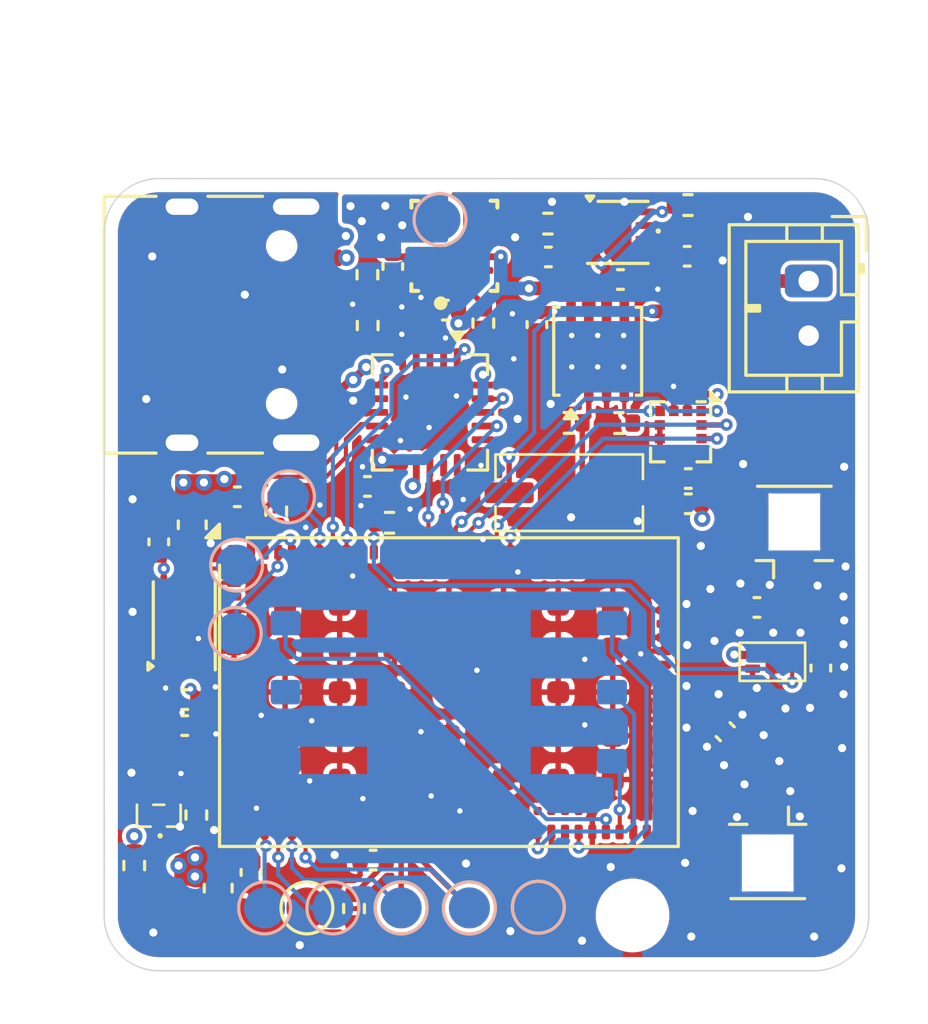
<source format=kicad_pcb>
(kicad_pcb (version 20241229) (generator "pcbnew") (generator_version "9.0")
  (layers (0 "F.Cu" signal) (4 "In1.Cu" signal) (6 "In2.Cu" signal) (2 "B.Cu" signal) (13 "F.Paste" user) (15 "B.Paste" user) (5 "F.SilkS" user "F.Silkscreen") (7 "B.SilkS" user "B.Silkscreen") (1 "F.Mask" user) (3 "B.Mask" user) (25 "Edge.Cuts" user))
  (net 0 "")
  (net 3 "GND")
  (net 47 "Net-(U1-~{RESET})")
  (net 48 "+3V3")
  (net 49 "Net-(U1-ENABLE)")
  (net 50 "Net-(U1-VDD1)")
  (net 51 "/SWDIO")
  (net 52 "/SWCLK")
  (net 53 "Net-(U1-DEC0)")
  (net 54 "/GPSEN")
  (net 55 "/GPS")
  (net 56 "Net-(U2-OUT)")
  (net 57 "Net-(J1-In)")
  (net 58 "/~{FLASH_CS}")
  (net 59 "/FLASH_CLK")
  (net 60 "/~{FLASH_WP}")
  (net 61 "/FLASH_DI")
  (net 62 "/FLASH_DO")
  (net 63 "/~{FLASH_RESET}")
  (net 64 "Net-(J2-In)")
  (net 65 "Net-(U1-ANT)")
  (net 66 "/~{RESET}")
  (net 67 "Net-(U3-~{EN})")
  (net 68 "/ACCEL_SDA")
  (net 69 "/ACCEL_SCL")
  (net 70 "/ACCEL_INT1")
  (net 71 "/ACCEL_INT2")
  (net 72 "Net-(D1-K)")
  (net 73 "Net-(D1-A)")
  (net 74 "/LED")
  (net 75 "/SIM_IO")
  (net 76 "/SIM_RST")
  (net 78 "/SIM_VCC")
  (net 79 "/SIM_CLK")
  (net 80 "VBUS")
  (net 81 "VUSB")
  (net 82 "Net-(D3-A)")
  (net 83 "Net-(D3-K)")
  (net 84 "Net-(J4-CC2)")
  (net 85 "Net-(J4-CC1)")
  (net 86 "+BATT")
  (net 87 "Net-(U5-VSET)")
  (net 88 "Net-(U6-PROG)")
  (net 91 "Net-(U3-ILIM)")
  (net 92 "Net-(U1-P0.04)")
  (net 93 "Net-(U1-P0.03)")
  (net 94 "Net-(U1-P0.02)")
  (net 95 "Net-(U1-AIN0{slash}P0.13)")
  (net 96 "Net-(U1-AIN1{slash}P0.14)")
  (net 97 "Net-(U1-AIN2{slash}P0.15)")
  (net 98 "Net-(U1-AIN3{slash}P0.16)")
  (net 99 "/~{TXLED}")
  (net 100 "/~{RXLED}")
  (net 101 "/~{USB_CTS}")
  (net 102 "/USB_RX")
  (net 103 "/USB_TX")
  (net 104 "/~{USB_RTS}")
  (net 105 "/USB_D-")
  (net 106 "/USB_D+")
  (net 108 "/UARTEN")
  (net 117 "Net-(U8-3V3OUT)")
  (footprint "lpg:SC-89" (layer "F.Cu") (at 64 62.575 180)
    (property "Reference" "Q1" (hide yes))
    (property "Value" "RE1C002UNTCL")
  )
  (footprint "Package_SON:VSON-8-1EP_3x3mm_P0.65mm_EP1.65x2.4mm_ThermalVias" (layer "F.Cu") (at 80.0725 45.57 90)
    (property "Reference" "U3" (hide yes))
    (property "Value" "TPS2113A")
  )
  (footprint "Resistor_SMD:R_0402_1005Metric" (layer "F.Cu") (at 78.25 40.9)
    (property "Reference" "R11" (hide yes))
    (property "Value" "5.1k")
  )
  (footprint "Inductor_SMD:L_0402_1005Metric" (layer "F.Cu") (at 87.76 54.95 180)
    (property "Reference" "L1" (hide yes))
    (property "Value" "68n 200mA")
  )
  (footprint "lpg:VCF0007A-MFG" (layer "F.Cu") (at 74.825 41.712499 90)
    (property "Reference" "U5" (hide yes))
    (property "Value" "TPSM828438")
  )
  (footprint "Capacitor_SMD:C_0402_1005Metric" (layer "F.Cu") (at 71.64 50.52 180)
    (property "Reference" "C16" (hide yes))
    (property "Value" "100nF")
  )
  (footprint "Capacitor_SMD:C_0402_1005Metric" (layer "F.Cu") (at 85.905 54.95 180)
    (property "Reference" "C11" (hide yes))
    (property "Value" "56pF")
  )
  (footprint "Resistor_SMD:R_0402_1005Metric" (layer "F.Cu") (at 71.15 65.975 90)
    (property "Reference" "R2" (hide yes))
    (property "Value" "1k")
  )
  (footprint "lpg:U.FL_Hirose_U.FL-R-SMT-1_Vertical" (layer "F.Cu") (at 87.275 51.875)
    (property "Reference" "J1" (hide yes))
    (property "Value" "GPS")
  )
  (footprint "Resistor_SMD:R_0402_1005Metric" (layer "F.Cu") (at 83.38 40.22 180)
    (property "Reference" "R12" (hide yes))
    (property "Value" "1k")
  )
  (footprint "Resistor_SMD:R_0402_1005Metric" (layer "F.Cu") (at 75.885 44.542501 90)
    (property "Reference" "R7" (hide yes))
    (property "Value" "249k")
  )
  (footprint "Package_LGA:Nordic_nRF9160-SIxx_LGA-102-59EP_16.0x10.5mm_P0.5mm" (layer "F.Cu") (at 74.625 58.05)
    (property "Reference" "U1" (hide yes))
    (property "Value" "nRF9160-SICA")
  )
  (footprint "Resistor_SMD:R_0402_1005Metric" (layer "F.Cu") (at 63.1 64.4 90)
    (property "Reference" "R5" (hide yes))
    (property "Value" "1k")
  )
  (footprint "MountingHole:MountingHole_2.2mm_M2" (layer "F.Cu") (at 81.35 66.225)
    (property "Reference" "H1" (hide yes))
    (property "Value" "MountingHole_Pad_MP")
  )
  (footprint "Capacitor_SMD:C_0402_1005Metric" (layer "F.Cu") (at 83.35 42.095)
    (property "Reference" "C15" (hide yes))
    (property "Value" "10uF")
  )
  (footprint "Package_DFN_QFN:QFN-20-1EP_4x4mm_P0.5mm_EP2.5x2.5mm" (layer "F.Cu") (at 73.93 47.81 -90)
    (property "Reference" "U8" (hide yes))
    (property "Value" "FT231XQ")
  )
  (footprint "Capacitor_SMD:C_0402_1005Metric" (layer "F.Cu") (at 66.875 50.9)
    (property "Reference" "C3" (hide yes))
    (property "Value" "100nF")
  )
  (footprint "Connector_JST:JST_PH_B2B-PH-K_1x02_P2.00mm_Vertical" (layer "F.Cu") (at 87.8 43 -90)
    (property "Reference" "J5" (hide yes))
    (property "Value" "LiPo")
  )
  (footprint "Package_LGA:LGA-12_2x2mm_P0.5mm" (layer "F.Cu") (at 83.11 48.52 -90)
    (property "Reference" "U4" (hide yes))
    (property "Value" "LIS2DH12TR")
  )
  (footprint "Resistor_SMD:R_0402_1005Metric" (layer "F.Cu") (at 80.85 48.2)
    (property "Reference" "R13" (hide yes))
    (property "Value" "402")
  )
  (footprint "Capacitor_SMD:C_0402_1005Metric" (layer "F.Cu") (at 72.57 42.467501 -90)
    (property "Reference" "C14" (hide yes))
    (property "Value" "10uF")
  )
  (footprint "lpg:TDFN-4-1.2x1.6" (layer "F.Cu") (at 86.47 56.94 -90)
    (property "Reference" "U2" (hide yes))
    (property "Value" "SIP32409DNP")
  )
  (footprint "Package_SON:Winbond_USON-8-1EP_3x2mm_P0.5mm_EP0.2x1.6mm" (layer "F.Cu") (at 64.9325 55.625 90)
    (property "Reference" "U9" (hide yes))
    (property "Value" "ZD25WQ32C")
  )
  (footprint "Capacitor_SMD:C_0603_1608Metric" (layer "F.Cu") (at 66.175 65.225 -90)
    (property "Reference" "C7" (hide yes))
    (property "Value" "47uF")
  )
  (footprint "Resistor_SMD:R_0402_1005Metric" (layer "F.Cu") (at 71.65 44.63 90)
    (property "Reference" "R9" (hide yes))
    (property "Value" "5.1k")
  )
  (footprint "Capacitor_SMD:C_0402_1005Metric" (layer "F.Cu") (at 77.8475 44.595 -90)
    (property "Reference" "C17" (hide yes))
    (property "Value" "100nF")
  )
  (footprint "Capacitor_SMD:C_0402_1005Metric" (layer "F.Cu") (at 88.245 57.17 -90)
    (property "Reference" "C12" (hide yes))
    (property "Value" "56pF")
  )
  (footprint "Resistor_SMD:R_0402_1005Metric" (layer "F.Cu") (at 72.45 51.85 180)
    (property "Reference" "R3" (hide yes))
    (property "Value" "100k")
  )
  (footprint "TestPoint:TestPoint_Pad_D1.5mm" (layer "F.Cu") (at 77.9 65.925)
    (property "Reference" "TP4" (hide yes))
    (property "Value" "TestPoint")
  )
  (footprint "lpg:U.FL_Hirose_U.FL-R-SMT-1_Vertical" (layer "F.Cu") (at 86.3 64.25 180)
    (property "Reference" "J2" (hide yes))
    (property "Value" "Cellular")
  )
  (footprint "Package_DFN_QFN:DFN-8-1EP_2x2mm_P0.5mm_EP0.9x1.6mm" (layer "F.Cu") (at 80.81 41.22)
    (property "Reference" "U6" (hide yes))
    (property "Value" "TP4056-DFN")
  )
  (footprint "Capacitor_SMD:C_0402_1005Metric" (layer "F.Cu") (at 83.39 51.155 180)
    (property "Reference" "C20" (hide yes))
    (property "Value" "10uF")
  )
  (footprint "Capacitor_SMD:C_0402_1005Metric" (layer "F.Cu") (at 78.2675 42.12 180)
    (property "Reference" "C19" (hide yes))
    (property "Value" "4.7uF")
  )
  (footprint "Capacitor_SMD:C_0402_1005Metric" (layer "F.Cu") (at 64.95 59.275)
    (property "Reference" "C1" (hide yes))
    (property "Value" "4.7uF")
  )
  (footprint "Resistor_SMD:R_0402_1005Metric" (layer "F.Cu") (at 71.64 42.77 90)
    (property "Reference" "R8" (hide yes))
    (property "Value" "5.1k")
  )
  (footprint "Resistor_SMD:R_0402_1005Metric" (layer "F.Cu") (at 65.375 62.55 90)
    (property "Reference" "R6" (hide yes))
    (property "Value" "1M")
  )
  (footprint "Capacitor_SMD:C_0603_1608Metric" (layer "F.Cu") (at 65.225 51.925 -90)
    (property "Reference" "C2" (hide yes))
    (property "Value" "47uF")
  )
  (footprint "TestPoint:TestPoint_Pad_D1.5mm" (layer "F.Cu") (at 75.375 65.95 90)
    (property "Reference" "TP2" (hide yes))
    (property "Value" "TestPoint")
  )
  (footprint "Resistor_SMD:R_0402_1005Metric" (layer "F.Cu") (at 68.3 51.425 90)
    (property "Reference" "R1" (hide yes))
    (property "Value" "100k")
  )
  (footprint "LED_SMD:LED_0402_1005Metric" (layer "F.Cu") (at 64.05 64.4 -90)
    (property "Reference" "D1" (hide yes))
    (property "Value" "LED")
  )
  (footprint "Capacitor_SMD:C_0402_1005Metric" (layer "F.Cu") (at 84.744411 59.499411 -45)
    (property "Reference" "C4" (hide yes))
    (property "Value" "15pF")
  )
  (footprint "TestPoint:TestPoint_Pad_D1.5mm" (layer "F.Cu") (at 69.425 65.95 90)
    (property "Reference" "TP3" (hide yes))
    (property "Value" "TestPoint")
  )
  (footprint "Capacitor_SMD:C_0402_1005Metric" (layer "F.Cu") (at 64 52.55 90)
    (property "Reference" "C6" (hide yes))
    (property "Value" "4.7uF")
  )
  (footprint "Capacitor_SMD:C_0402_1005Metric" (layer "F.Cu") (at 83.39 50.23 180)
    (property "Reference" "C9" (hide yes))
    (property "Value" "100nF")
  )
  (footprint "lpg:EU-01KS" (layer "F.Cu") (at 79.03 50.75 -90)
    (property "Reference" "SW2" (hide yes))
    (property "Value" "SW_DIP_x01")
  )
  (footprint "Capacitor_SMD:C_0402_1005Metric" (layer "F.Cu") (at 74.495 44.067501 180)
    (property "Reference" "C13" (hide yes))
    (property "Value" "4.7uF")
  )
  (footprint "LED_SMD:LED_0402_1005Metric" (layer "F.Cu") (at 83.38 41.17)
    (property "Reference" "D3" (hide yes))
    (property "Value" "LED")
  )
  (footprint "Capacitor_SMD:C_0402_1005Metric" (layer "F.Cu") (at 80.9075 42.945)
    (property "Reference" "C18" (hide yes))
    (property "Value" "100nF")
  )
  (footprint "Capacitor_SMD:C_0402_1005Metric" (layer "F.Cu") (at 64.95 58.325 180)
    (property "Reference" "C5" (hide yes))
    (property "Value" "4.7uF")
  )
  (footprint "Connector_USB:USB_C_Receptacle_HRO_TYPE-C-31-M-12" (layer "F.Cu") (at 65.9 44.6 -90)
    (property "Reference" "J4" (hide yes))
    (property "Value" "USB_C_Receptacle_USB2.0_14P")
  )
  (footprint "TestPoint:TestPoint_Pad_D1.5mm" (layer "F.Cu") (at 72.875 65.95 90)
    (property "Reference" "TP1" (hide yes))
    (property "Value" "TestPoint")
  )
  (footprint "Resistor_SMD:R_0402_1005Metric" (layer "F.Cu") (at 78.9975 48.195)
    (property "Reference" "R10" (hide yes))
    (property "Value" "10M")
  )
  (footprint "Inductor_SMD:L_0402_1005Metric" (layer "F.Cu") (at 66.89 51.875)
    (property "Reference" "FB1" (hide yes))
    (property "Value" "120R/0.7A")
  )
  (footprint "Capacitor_SMD:C_0402_1005Metric" (layer "F.Cu") (at 71.85 64.2 180)
    (property "Reference" "C10" (hide yes))
    (property "Value" "100nF")
  )
  (footprint "Capacitor_SMD:C_0402_1005Metric" (layer "F.Cu") (at 67.375 64.65 -90)
    (property "Reference" "C8" (hide yes))
    (property "Value" "100nF")
  )
  (footprint "TestPoint:TestPoint_Pad_D1.5mm" (layer "B.Cu") (at 74.3 40.75 -90)
    (property "Reference" "TP5" (hide yes))
    (property "Value" "TestPoint")
  )
  (footprint "TestPoint:TestPoint_Pad_D1.5mm" (layer "B.Cu") (at 66.8 55.9)
    (property "Reference" "TP6" (hide yes))
    (property "Value" "TestPoint")
  )
  (footprint "TestPoint:TestPoint_Pad_D1.5mm" (layer "B.Cu") (at 75.375 65.95 -90)
    (property "Reference" "TP12" (hide yes))
    (property "Value" "TestPoint")
  )
  (footprint "lpg:SMN-304" (layer "B.Cu") (at 74.625 58.05 -90)
    (property "Reference" "J3" (hide yes))
    (property "Value" "SIM_Card_Shielded")
  )
  (footprint "TestPoint:TestPoint_Pad_D1.5mm" (layer "B.Cu") (at 66.85 53.4)
    (property "Reference" "TP7" (hide yes))
    (property "Value" "TestPoint")
  )
  (footprint "TestPoint:TestPoint_Pad_D1.5mm" (layer "B.Cu") (at 72.875 65.95 -90)
    (property "Reference" "TP11" (hide yes))
    (property "Value" "TestPoint")
  )
  (footprint "TestPoint:TestPoint_Pad_D1.5mm" (layer "B.Cu") (at 67.875 65.95 -90)
    (property "Reference" "TP9" (hide yes))
    (property "Value" "TestPoint")
  )
  (footprint "TestPoint:TestPoint_Pad_D1.5mm" (layer "B.Cu") (at 68.75 50.9)
    (property "Reference" "TP8" (hide yes))
    (property "Value" "TestPoint")
  )
  (footprint "TestPoint:TestPoint_Pad_D1.5mm" (layer "B.Cu") (at 70.375 65.95 -90)
    (property "Reference" "TP10" (hide yes))
    (property "Value" "TestPoint")
  )
  (footprint "TestPoint:TestPoint_Pad_D1.5mm" (layer "B.Cu") (at 77.9 65.925)
    (property "Reference" "TP13" (hide yes))
    (property "Value" "TestPoint")
  )
  (gr_arc (start 84.275 55.25) (mid 84.01041 55.47082) (end 83.675 55.55) (stroke (width 0.1402)) (layer "F.Cu") (net 55))
  (gr_arc (start 84.275 55.25) (mid 84.53959 55.02918) (end 84.875 54.95) (stroke (width 0.1402)) (layer "F.Cu") (net 55))
  (gr_arc (start 83.275 58.55) (mid 83.753354 58.645151) (end 84.158883 58.916117) (stroke (width 0.1402)) (layer "F.Cu") (net 65))
  (gr_arc (start 85.83566 60.6) (mid 86.160842 61.086627) (end 86.275 61.66066) (stroke (width 0.1402)) (layer "F.Cu") (net 64))
  (gr_arc (start 64 68.25) (mid 62.585786 67.664214) (end 62 66.25) (stroke (width 0.05)) (layer "Edge.Cuts"))
  (gr_line (start 62 66.25) (end 62 41.25) (stroke (width 0.05)) (layer "Edge.Cuts"))
  (gr_arc (start 90 66.25) (mid 89.414214 67.664214) (end 88 68.25) (stroke (width 0.05)) (layer "Edge.Cuts"))
  (gr_arc (start 88 39.25) (mid 89.414214 39.835786) (end 90 41.25) (stroke (width 0.05)) (layer "Edge.Cuts"))
  (gr_line (start 64 39.25) (end 88 39.25) (stroke (width 0.05)) (layer "Edge.Cuts"))
  (gr_line (start 88 68.25) (end 64 68.25) (stroke (width 0.05)) (layer "Edge.Cuts"))
  (gr_line (start 90 41.25) (end 90 66.25) (stroke (width 0.05)) (layer "Edge.Cuts"))
  (gr_arc (start 62 41.25) (mid 62.585786 39.835786) (end 64 39.25) (stroke (width 0.05)) (layer "Edge.Cuts"))
  (segment (start 81.0475 43.285) (end 81.3875 42.945) (width 0.2) (layer "F.Cu") (net 3))
  (segment (start 75.875 52.465647) (end 75.875 52.93) (width 0.1511) (layer "F.Cu") (net 3))
  (segment (start 71.875 63.695) (end 71.37 64.2) (width 0.2) (layer "F.Cu") (net 3))
  (segment (start 70.851 41.35) (end 69.945 41.35) (width 0.5) (layer "F.Cu") (net 3))
  (segment (start 71.875 63.17) (end 71.875 63.695) (width 0.2) (layer "F.Cu") (net 3))
  (segment (start 81.0475 44.12) (end 81.0475 43.285) (width 0.2) (layer "F.Cu") (net 3))
  (via (at 65.45 56.09) (size 0.45) (drill 0.2) (layers "F.Cu" "B.Cu") (net 3))
  (via (at 85.45 61.425) (size 0.6) (drill 0.3) (layers "F.Cu" "B.Cu") (net 3))
  (via (at 66.09 59.58) (size 0.45) (drill 0.2) (layers "F.Cu" "B.Cu") (net 3))
  (via (at 85.4 49.7) (size 0.6) (drill 0.3) (layers "F.Cu" "B.Cu") (net 3))
  (via (at 84.075 60.05) (size 0.6) (drill 0.3) (layers "F.Cu" "B.Cu") (net 3))
  (via (at 73.975 61.85) (size 0.45) (drill 0.2) (layers "F.Cu" "B.Cu") (net 3))
  (via (at 78.4 40.1) (size 0.6) (drill 0.3) (layers "F.Cu" "B.Cu") (net 3))
  (via (at 83.5 67) (size 0.6) (drill 0.3) (layers "F.Cu" "B.Cu") (net 3))
  (via (at 77 45.85) (size 0.45) (drill 0.2) (layers "F.Cu" "B.Cu") (net 3))
  (via (at 63.76 42.1) (size 0.6) (drill 0.3) (layers "F.Cu" "B.Cu") (net 3))
  (via (at 85.275 55.875) (size 0.6) (drill 0.3) (layers "F.Cu" "B.Cu") (net 3))
  (via (at 66.07 57.86) (size 0.45) (drill 0.2) (layers "F.Cu" "B.Cu") (net 3))
  (via (at 79.6 59.25) (size 0.45) (drill 0.2) (layers "F.Cu" "B.Cu") (net 3))
  (via (at 75.875 52.465647) (size 0.45) (drill 0.2) (layers "F.Cu" "B.Cu") (net 3))
  (via (at 78.35 47.5) (size 0.6) (drill 0.3) (layers "F.Cu" "B.Cu") (net 3))
  (via (at 86.375 54.125) (size 0.6) (drill 0.3) (layers "F.Cu" "B.Cu") (net 3))
  (via (at 67.15 43.5) (size 0.6) (drill 0.3) (layers "F.Cu" "B.Cu") (net 3))
  (via (at 77.14 48.05) (size 0.6) (drill 0.3) (layers "F.Cu" "B.Cu") (net 3))
  (via (at 73.8975 48.365) (size 0.45) (drill 0.2) (layers "F.Cu" "B.Cu") (net 3))
  (via (at 74.500056 45.085002) (size 0.45) (drill 0.2) (layers "F.Cu" "B.Cu") (net 3))
  (via (at 85.3 54.075) (size 0.6) (drill 0.3) (layers "F.Cu" "B.Cu") (net 3))
  (via (at 85.375 58.875) (size 0.6) (drill 0.3) (layers "F.Cu" "B.Cu") (net 3))
  (via (at 83.325 59.35) (size 0.6) (drill 0.3) (layers "F.Cu" "B.Cu") (net 3))
  (via (at 70.44 64.01) (size 0.6) (drill 0.3) (layers "F.Cu" "B.Cu") (net 3))
  (via (at 80.55 64.45) (size 0.6) (drill 0.3) (layers "F.Cu" "B.Cu") (net 3))
  (via (at 66.025 63.1) (size 0.6) (drill 0.3) (layers "F.Cu" "B.Cu") (net 3))
  (via (at 87.125 61.675) (size 0.6) (drill 0.3) (layers "F.Cu" "B.Cu") (net 3))
  (via (at 79.6 56.85) (size 0.45) (drill 0.2) (layers "F.Cu" "B.Cu") (net 3))
  (via (at 89 64.5) (size 0.6) (drill 0.3) (layers "F.Cu" "B.Cu") (net 3))
  (via (at 69.9 51.2) (size 0.45) (drill 0.2) (layers "F.Cu" "B.Cu") (net 3))
  (via (at 65.9 52.6) (size 0.6) (drill 0.3) (layers "F.Cu" "B.Cu") (net 3))
  (via (at 63.04 55.11) (size 0.6) (drill 0.3) (layers "F.Cu" "B.Cu") (net 3))
  (via (at 63.04 50.99) (size 0.6) (drill 0.3) (layers "F.Cu" "B.Cu") (net 3))
  (via (at 85.575 40.65) (size 0.6) (drill 0.3) (layers "F.Cu" "B.Cu") (net 3))
  (via (at 82.275 43.3) (size 0.45) (drill 0.2) (layers "F.Cu" "B.Cu") (net 3))
  (via (at 69.525 61.3) (size 0.45) (drill 0.2) (layers "F.Cu" "B.Cu") (net 3))
  (via (at 75.8 49.75) (size 0.45) (drill 0.2) (layers "F.Cu" "B.Cu") (net 3))
  (via (at 84.7 60.725) (size 0.6) (drill 0.3) (layers "F.Cu" "B.Cu") (net 3))
  (via (at 81.05 40.1) (size 0.6) (drill 0.3) (layers "F.Cu" "B.Cu") (net 3))
  (via (at 63.8 66.85) (size 0.6) (drill 0.3) (layers "F.Cu" "B.Cu") (net 3))
  (via (at 83.325 57.825) (size 0.6) (drill 0.3) (layers "F.Cu" "B.Cu") (net 3))
  (via (at 82.85 46.8579) (size 0.45) (drill 0.2) (layers "F.Cu" "B.Cu") (net 3))
  (via (at 75.25 64.325) (size 0.6) (drill 0.3) (layers "F.Cu" "B.Cu") (net 3))
  (via (at 69.6 59.1) (size 0.45) (drill 0.2) (layers "F.Cu" "B.Cu") (net 3))
  (via (at 79.1 51.65) (size 0.6) (drill 0.3) (layers "F.Cu" "B.Cu") (net 3))
  (via (at 71.475 61.95) (size 0.45) (drill 0.2) (layers "F.Cu" "B.Cu") (net 3))
  (via (at 75.15 51) (size 0.45) (drill 0.2) (layers "F.Cu" "B.Cu") (net 3))
  (via (at 74.9 47.21) (size 0.45) (drill 0.2) (layers "F.Cu" "B.Cu") (net 3))
  (via (at 89.075 58.125) (size 0.6) (drill 0.3) (layers "F.Cu" "B.Cu") (net 3))
  (via (at 89.1 55.425) (size 0.6) (drill 0.3) (layers "F.Cu" "B.Cu") (net 3))
  (via (at 89.075 54.55) (size 0.6) (drill 0.3) (layers "F.Cu" "B.Cu") (net 3))
  (via (at 72.9 44.95) (size 0.45) (drill 0.2) (layers "F.Cu" "B.Cu") (net 3))
  (via (at 69.381801 52.018199) (size 0.45) (drill 0.2) (layers "F.Cu" "B.Cu") (net 3))
  (via (at 88 67) (size 0.6) (drill 0.3) (layers "F.Cu" "B.Cu") (net 3))
  (via (at 76.875 66.8) (size 0.6) (drill 0.3) (layers "F.Cu" "B.Cu") (net 3))
  (via (at 83.35 56.325) (size 0.6) (drill 0.3) (layers "F.Cu" "B.Cu") (net 3))
  (via (at 86.95 58.65) (size 0.6) (drill 0.3) (layers "F.Cu" "B.Cu") (net 3))
  (via (at 89.1 49.8) (size 0.6) (drill 0.3) (layers "F.Cu" "B.Cu") (net 3))
  (via (at 67.75 58.9) (size 0.45) (drill 0.2) (layers "F.Cu" "B.Cu") (net 3))
  (via (at 64.775 62.975) (size 0.6) (drill 0.3) (layers "F.Cu" "B.Cu") (net 3))
  (via (at 83.55 62.4) (size 0.6) (drill 0.3) (layers "F.Cu" "B.Cu") (net 3))
  (via (at 84.5 58.125) (size 0.6) (drill 0.3) (layers "F.Cu" "B.Cu") (net 3))
  (via (at 89.1 57.125) (size 0.6) (drill 0.3) (layers "F.Cu" "B.Cu") (net 3))
  (via (at 85.175 62.625) (size 0.6) (drill 0.3) (layers "F.Cu" "B.Cu") (net 3))
  (via (at 75.65 57.25) (size 0.45) (drill 0.2) (layers "F.Cu" "B.Cu") (net 3))
  (via (at 83.85 52.7) (size 0.6) (drill 0.3) (layers "F.Cu" "B.Cu") (net 3))
  (via (at 70.851 41.35) (size 0.6) (drill 0.3) (layers "F.Cu" "B.Cu") (net 3))
  (via (at 86.725 60.575) (size 0.6) (drill 0.3) (layers "F.Cu" "B.Cu") (net 3))
  (via (at 71.1 53.8) (size 0.45) (drill 0.2) (layers "F.Cu" "B.Cu") (net 3))
  (via (at 64.25 57.9) (size 0.45) (drill 0.2) (layers "F.Cu" "B.Cu") (net 3))
  (via (at 64.85 58.8) (size 0.45) (drill 0.2) (layers "F.Cu" "B.Cu") (net 3))
  (via (at 87.475 62.6) (size 0.6) (drill 0.3) (layers "F.Cu" "B.Cu") (net 3))
  (via (at 68.52 46.24) (size 0.6) (drill 0.3) (layers "F.Cu" "B.Cu") (net 3))
  (via (at 76.95 44.2) (size 0.45) (drill 0.2) (layers "F.Cu" "B.Cu") (net 3))
  (via (at 72.9 43.95) (size 0.45) (drill 0.2) (layers "F.Cu" "B.Cu") (net 3))
  (via (at 86.5 55.875) (size 0.6) (drill 0.3) (layers "F.Cu" "B.Cu") (net 3))
  (via (at 73.05 47.25) (size 0.45) (drill 0.2) (layers "F.Cu" "B.Cu") (net 3))
  (via (at 77.15 53.65) (size 0.45) (drill 0.2) (layers "F.Cu" "B.Cu") (net 3))
  (via (at 84.35 56.175) (size 0.6) (drill 0.3) (layers "F.Cu" "B.Cu") (net 3))
  (via (at 84.65 42.25) (size 0.6) (drill 0.3) (layers "F.Cu" "B.Cu") (net 3))
  (via (at 89.025 60.1) (size 0.6) (drill 0.3) (layers "F.Cu" "B.Cu") (net 3))
  (via (at 85.9 57.9) (size 0.6) (drill 0.3) (layers "F.Cu" "B.Cu") (net 3))
  (via (at 72.85 48.84) (size 0.45) (drill 0.2) (layers "F.Cu" "B.Cu") (net 3))
  (via (at 83.325 54.825) (size 0.6) (drill 0.3) (layers "F.Cu" "B.Cu") (net 3))
  (via (at 79.5 67.15) (size 0.6) (drill 0.3) (layers "F.Cu" "B.Cu") (net 3))
  (via (at 83.275 64.3) (size 0.6) (drill 0.3) (layers "F.Cu" "B.Cu") (net 3))
  (via (at 71.1 43.85) (size 0.45) (drill 0.2) (layers "F.Cu" "B.Cu") (net 3))
  (via (at 71.119138 47.377858) (size 0.6) (drill 0.3) (layers "F.Cu" "B.Cu") (net 3))
  (via (at 86.15 59.625) (size 0.6) (drill 0.3) (layers "F.Cu" "B.Cu") (net 3))
  (via (at 87.5 55.875) (size 0.6) (drill 0.3) (layers "F.Cu" "B.Cu") (net 3))
  (via (at 73.6 59.5) (size 0.45) (drill 0.2) (layers "F.Cu" "B.Cu") (net 3))
  (via (at 88.125 54.15) (size 0.6) (drill 0.3) (layers "F.Cu" "B.Cu") (net 3))
  (via (at 73.2 51.35) (size 0.45) (drill 0.2) (layers "F.Cu" "B.Cu") (net 3))
  (via (at 69.161199 67.312233) (size 0.6) (drill 0.3) (layers "F.Cu" "B.Cu") (net 3))
  (via (at 73.6 43.6) (size 0.45) (drill 0.2) (layers "F.Cu" "B.Cu") (net 3))
  (via (at 64.81 61.03) (size 0.45) (drill 0.2) (layers "F.Cu" "B.Cu") (net 3))
  (via (at 89.15 53.45) (size 0.6) (drill 0.3) (layers "F.Cu" "B.Cu") (net 3))
  (via (at 89.075 56.3) (size 0.6) (drill 0.3) (layers "F.Cu" "B.Cu") (net 3))
  (via (at 67.575 62.3) (size 0.45) (drill 0.2) (layers "F.Cu" "B.Cu") (net 3))
  (via (at 71.4 51.225) (size 0.45) (drill 0.2) (layers "F.Cu" "B.Cu") (net 3))
  (via (at 87.85 58.625) (size 0.6) (drill 0.3) (layers "F.Cu" "B.Cu") (net 3))
  (via (at 63 61) (size 0.6) (drill 0.3) (layers "F.Cu" "B.Cu") (net 3))
  (via (at 84.2 54.275) (size 0.6) (drill 0.3) (layers "F.Cu" "B.Cu") (net 3))
  (via (at 81.65 56.65) (size 0.45) (drill 0.2) (layers "F.Cu" "B.Cu") (net 3))
  (via (at 81.54 51.79) (size 0.6) (drill 0.3) (layers "F.Cu" "B.Cu") (net 3))
  (via (at 75.025 62.4) (size 0.45) (drill 0.2) (layers "F.Cu" "B.Cu") (net 3))
  (via (at 63.54 47.32) (size 0.6) (drill 0.3) (layers "F.Cu" "B.Cu") (net 3))
  (via (at 71.46 49.8) (size 0.45) (drill 0.2) (layers "F.Cu" "B.Cu") (net 3))
  (via (at 77.05 41.4) (size 0.6) (drill 0.3) (layers "F.Cu" "B.Cu") (net 3))
  (segment (start 72.375 64.155) (end 72.33 64.2) (width 0.2) (layer "F.Cu") (net 47))
  (segment (start 72.33 64.2) (end 72.33 64.285) (width 0.2) (layer "F.Cu") (net 47))
  (segment (start 72.33 64.285) (end 71.15 65.465) (width 0.2) (layer "F.Cu") (net 47))
  (segment (start 72.375 63.17) (end 72.375 64.155) (width 0.2) (layer "F.Cu") (net 47))
  (segment (start 65.655 58.55) (end 65.43 58.325) (width 0.3) (layer "F.Cu") (net 48))
  (segment (start 63.1 63.89) (end 63.1 63.325) (width 0.15) (layer "F.Cu") (net 48))
  (segment (start 83.86 49.79) (end 83.86 51.155) (width 0.3) (layer "F.Cu") (net 48))
  (segment (start 83.87 51.155) (end 83.87 51.67) (width 0.3) (layer "F.Cu") (net 48))
  (segment (start 83.86 49.2825) (end 83.36 49.2825) (width 0.3) (layer "F.Cu") (net 48))
  (segment (start 65.160555 57.935422) (end 65.43 58.204867) (width 0.3) (layer "F.Cu") (net 48))
  (segment (start 72.694997 42.112498) (end 72.57 41.987501) (width 0.25) (layer "F.Cu") (net 48))
  (segment (start 64 53.03) (end 64.1825 53.2125) (width 0.2) (layer "F.Cu") (net 48))
  (segment (start 64.1825 53.2125) (end 64.1825 53.53) (width 0.2) (layer "F.Cu") (net 48))
  (segment (start 83.87 51.67) (end 83.9 51.7) (width 0.3) (layer "F.Cu") (net 48))
  (segment (start 66.755 58.55) (end 65.655 58.55) (width 0.3) (layer "F.Cu") (net 48))
  (segment (start 83.36 47.343) (end 83.558001 47.144999) (width 0.25) (layer "F.Cu") (net 48))
  (segment (start 85.09 56.69) (end 85.075 56.675) (width 0.3) (layer "F.Cu") (net 48))
  (segment (start 73.712 42.112498) (end 72.694997 42.112498) (width 0.25) (layer "F.Cu") (net 48))
  (segment (start 83.36 47.7575) (end 83.36 47.343) (width 0.25) (layer "F.Cu") (net 48))
  (segment (start 83.36 49.29) (end 83.86 49.79) (width 0.3) (layer "F.Cu") (net 48))
  (segment (start 83.36 49.2825) (end 83.36 49.29) (width 0.3) (layer "F.Cu") (net 48))
  (segment (start 72.57 41.987501) (end 72.495 41.987501) (width 0.25) (layer "F.Cu") (net 48))
  (segment (start 83.86 49.2825) (end 83.86 49.79) (width 0.3) (layer "F.Cu") (net 48))
  (segment (start 83.558001 47.144999) (end 84.462173 47.144999) (width 0.25) (layer "F.Cu") (net 48))
  (segment (start 85.745 56.69) (end 85.09 56.69) (width 0.3) (layer "F.Cu") (net 48))
  (segment (start 65.43 58.204867) (end 65.43 58.325) (width 0.3) (layer "F.Cu") (net 48))
  (segment (start 64.1825 53.53) (end 64.1825 54.2) (width 0.2) (layer "F.Cu") (net 48))
  (via (at 84.462173 47.144999) (size 0.45) (drill 0.2) (layers "F.Cu" "B.Cu") (net 48))
  (via (at 63.1 63.325) (size 0.6) (drill 0.3) (layers "F.Cu" "B.Cu") (net 48))
  (via (at 65.160555 57.935422) (size 0.45) (drill 0.2) (layers "F.Cu" "B.Cu") (net 48))
  (via (at 83.9 51.7) (size 0.6) (drill 0.3) (layers "F.Cu" "B.Cu") (net 48))
  (via (at 72.915001 40.96) (size 0.6) (drill 0.3) (layers "F.Cu" "B.Cu") (net 48))
  (via (at 85.075 56.675) (size 0.6) (drill 0.3) (layers "F.Cu" "B.Cu") (net 48))
  (via (at 64.1825 53.53) (size 0.45) (drill 0.2) (layers "F.Cu" "B.Cu") (net 48))
  (via (at 72.145001 41.4) (size 0.6) (drill 0.3) (layers "F.Cu" "B.Cu") (net 48))
  (via (at 71.02 40.26) (size 0.6) (drill 0.3) (layers "F.Cu" "B.Cu") (net 48))
  (via (at 71.435 40.807501) (size 0.6) (drill 0.3) (layers "F.Cu" "B.Cu") (net 48))
  (via (at 72.295001 40.25) (size 0.6) (drill 0.3) (layers "F.Cu" "B.Cu") (net 48))
  (segment (start 67.875 52.36) (end 67.875 52.93) (width 0.2) (layer "F.Cu") (net 49))
  (segment (start 68.3 51.935) (end 67.875 52.36) (width 0.2) (layer "F.Cu") (net 49))
  (segment (start 67.375 51.84) (end 68.3 50.915) (width 0.2) (layer "F.Cu") (net 50))
  (segment (start 67.375 51.875) (end 67.375 51.84) (width 0.2) (layer "F.Cu") (net 50))
  (segment (start 67.375 51.875) (end 67.375 52.93) (width 0.3) (layer "F.Cu") (net 50))
  (segment (start 73.375 63.17) (end 73.375 63.95) (width 0.2) (layer "F.Cu") (net 51))
  (segment (start 73.375 63.95) (end 75.375 65.95) (width 0.2) (layer "F.Cu") (net 51))
  (segment (start 72.875 65.95) (end 72.875 63.17) (width 0.2) (layer "F.Cu") (net 52))
  (segment (start 65.655 59.05) (end 65.43 59.275) (width 0.3) (layer "F.Cu") (net 53))
  (segment (start 66.755 59.05) (end 65.655 59.05) (width 0.3) (layer "F.Cu") (net 53))
  (segment (start 71.875 52.93) (end 71.875 52.4) (width 0.2) (layer "F.Cu") (net 54))
  (segment (start 71.875 52.4) (end 71.855 52.38) (width 0.2) (layer "F.Cu") (net 54))
  (segment (start 71.875 51.915) (end 71.94 51.85) (width 0.2) (layer "F.Cu") (net 54))
  (segment (start 87.195 57.19) (end 87.195 57.695) (width 0.15) (layer "F.Cu") (net 54))
  (segment (start 71.875 52.4) (end 71.875 51.915) (width 0.2) (layer "F.Cu") (net 54))
  (segment (start 87.195 57.695) (end 87.2 57.7) (width 0.15) (layer "F.Cu") (net 54))
  (via (at 71.875 52.4) (size 0.45) (drill 0.2) (layers "F.Cu" "B.Cu") (net 54))
  (via (at 87.2 57.7) (size 0.45) (drill 0.2) (layers "F.Cu" "B.Cu") (net 54))
  (segment (start 82.1 56.33) (end 82.1 54.99) (width 0.15) (layer "B.Cu") (net 54))
  (segment (start 82.1 54.99) (end 81.25 54.14) (width 0.15) (layer "B.Cu") (net 54))
  (segment (start 87.2 57.7) (end 86.725 57.7) (width 0.15) (layer "B.Cu") (net 54))
  (segment (start 82.97 57.2) (end 82.1 56.33) (width 0.15) (layer "B.Cu") (net 54))
  (segment (start 81.25 54.14) (end 72.59 54.14) (width 0.15) (layer "B.Cu") (net 54))
  (segment (start 71.875 53.425) (end 71.875 52.4) (width 0.15) (layer "B.Cu") (net 54))
  (segment (start 86.225 57.2) (end 82.97 57.2) (width 0.15) (layer "B.Cu") (net 54))
  (segment (start 86.725 57.7) (end 86.225 57.2) (width 0.15) (layer "B.Cu") (net 54))
  (segment (start 72.59 54.14) (end 71.875 53.425) (width 0.15) (layer "B.Cu") (net 54))
  (segment (start 82.495 55.55) (end 83.675 55.55) (width 0.1402) (layer "F.Cu") (net 55))
  (segment (start 84.875 54.95) (end 85.425 54.95) (width 0.1402) (layer "F.Cu") (net 55))
  (segment (start 87.195 56.69) (end 88.245 56.69) (width 0.3493) (layer "F.Cu") (net 56))
  (segment (start 88.245 56.69) (end 88.245 54.95) (width 0.3493) (layer "F.Cu") (net 56))
  (segment (start 87.275 53.4) (end 87.275 54.95) (width 0.1402) (layer "F.Cu") (net 57))
  (segment (start 86.385 54.95) (end 87.275 54.95) (width 0.1402) (layer "F.Cu") (net 57))
  (segment (start 63.775 59.525) (end 64.3 60.05) (width 0.15) (layer "F.Cu") (net 58))
  (segment (start 64.05 57.05) (end 63.775 57.325) (width 0.15) (layer "F.Cu") (net 58))
  (segment (start 64.1825 57.05) (end 64.05 57.05) (width 0.15) (layer "F.Cu") (net 58))
  (segment (start 63.775 57.325) (end 63.775 59.525) (width 0.15) (layer "F.Cu") (net 58))
  (segment (start 64.3 60.05) (end 66.755 60.05) (width 0.15) (layer "F.Cu") (net 58))
  (segment (start 66.755 54.55) (end 66.3 54.55) (width 0.15) (layer "F.Cu") (net 59))
  (segment (start 65.35 54.925) (end 65.1825 54.7575) (width 0.15) (layer "F.Cu") (net 59))
  (segment (start 65.925 54.925) (end 65.35 54.925) (width 0.15) (layer "F.Cu") (net 59))
  (segment (start 65.1825 54.7575) (end 65.1825 54.2) (width 0.15) (layer "F.Cu") (net 59))
  (segment (start 66.3 54.55) (end 65.925 54.925) (width 0.15) (layer "F.Cu") (net 59))
  (segment (start 65.1825 57.05) (end 65.1825 56.5075) (width 0.15) (layer "F.Cu") (net 60))
  (segment (start 63.775 56.025) (end 63.075 56.725) (width 0.15) (layer "F.Cu") (net 60))
  (segment (start 63.075 60.05) (end 64.515 61.49) (width 0.15) (layer "F.Cu") (net 60))
  (segment (start 63.075 56.725) (end 63.075 60.05) (width 0.15) (layer "F.Cu") (net 60))
  (segment (start 66.695 61.49) (end 66.755 61.55) (width 0.15) (layer "F.Cu") (net 60))
  (segment (start 65.1825 56.5075) (end 64.7 56.025) (width 0.15) (layer "F.Cu") (net 60))
  (segment (start 64.515 61.49) (end 66.695 61.49) (width 0.15) (layer "F.Cu") (net 60))
  (segment (start 64.7 56.025) (end 63.775 56.025) (width 0.15) (layer "F.Cu") (net 60))
  (segment (start 65.6825 54.2) (end 65.8325 54.05) (width 0.15) (layer "F.Cu") (net 61))
  (segment (start 65.8325 54.05) (end 66.755 54.05) (width 0.15) (layer "F.Cu") (net 61))
  (segment (start 64.25 60.55) (end 63.425 59.725) (width 0.15) (layer "F.Cu") (net 62))
  (segment (start 64 56.35) (end 64.525 56.35) (width 0.15) (layer "F.Cu") (net 62))
  (segment (start 63.425 59.725) (end 63.425 56.925) (width 0.15) (layer "F.Cu") (net 62))
  (segment (start 64.525 56.35) (end 64.6825 56.5075) (width 0.15) (layer "F.Cu") (net 62))
  (segment (start 66.755 60.55) (end 64.25 60.55) (width 0.15) (layer "F.Cu") (net 62))
  (segment (start 64.6825 56.5075) (end 64.6825 57.05) (width 0.15) (layer "F.Cu") (net 62))
  (segment (start 63.425 56.925) (end 64 56.35) (width 0.15) (layer "F.Cu") (net 62))
  (segment (start 64.876 53.524) (end 64.6825 53.7175) (width 0.15) (layer "F.Cu") (net 63))
  (segment (start 66.755 53.55) (end 66.729 53.524) (width 0.15) (layer "F.Cu") (net 63))
  (segment (start 66.729 53.524) (end 64.876 53.524) (width 0.15) (layer "F.Cu") (net 63))
  (segment (start 64.6825 53.7175) (end 64.6825 54.2) (width 0.15) (layer "F.Cu") (net 63))
  (segment (start 86.275 61.66066) (end 86.275 62.755) (width 0.1402) (layer "F.Cu") (net 64))
  (segment (start 86.275 62.755) (end 86.265 62.765) (width 0.3493) (layer "F.Cu") (net 64))
  (segment (start 85.083822 59.848162) (end 85.083822 59.838822) (width 0.3493) (layer "F.Cu") (net 64))
  (segment (start 85.83566 60.6) (end 85.083822 59.848162) (width 0.1402) (layer "F.Cu") (net 64))
  (segment (start 84.158883 58.916117) (end 84.4 59.157234) (width 0.1402) (layer "F.Cu") (net 65))
  (segment (start 83.275 58.55) (end 82.495 58.55) (width 0.1402) (layer "F.Cu") (net 65))
  (segment (start 69.96 66.485) (end 69.425 65.95) (width 0.2) (layer "F.Cu") (net 66))
  (segment (start 71.15 66.485) (end 69.96 66.485) (width 0.2) (layer "F.Cu") (net 66))
  (segment (start 79.7475 47.02) (end 79.7475 47.955) (width 0.2) (layer "F.Cu") (net 67))
  (segment (start 79.7475 47.955) (end 79.5075 48.195) (width 0.2) (layer "F.Cu") (net 67))
  (segment (start 80.14 50.75) (end 79.5075 50.1175) (width 0.2) (layer "F.Cu") (net 67))
  (segment (start 79.5075 50.1175) (end 79.5075 48.195) (width 0.2) (layer "F.Cu") (net 67))
  (segment (start 81.23 50.75) (end 80.14 50.75) (width 0.2) (layer "F.Cu") (net 67))
  (segment (start 81.9725 47.7575) (end 81.97 47.76) (width 0.2) (layer "F.Cu") (net 68))
  (segment (start 75.712173 51.855001) (end 75.684363 51.855001) (width 0.15) (layer "F.Cu") (net 68))
  (segment (start 75.684363 51.855001) (end 75.375 52.164364) (width 0.15) (layer "F.Cu") (net 68))
  (segment (start 75.375 52.164364) (end 75.375 52.93) (width 0.15) (layer "F.Cu") (net 68))
  (segment (start 82.36 47.7575) (end 81.9725 47.7575) (width 0.2) (layer "F.Cu") (net 68))
  (via (at 81.97 47.76) (size 0.45) (drill 0.2) (layers "F.Cu" "B.Cu") (net 68))
  (via (at 75.712173 51.855001) (size 0.45) (drill 0.2) (layers "F.Cu" "B.Cu") (net 68))
  (segment (start 75.712173 51.855001) (end 79.807174 47.76) (width 0.1511) (layer "B.Cu") (net 68))
  (segment (start 79.807174 47.76) (end 81.97 47.76) (width 0.1511) (layer "B.Cu") (net 68))
  (segment (start 74.875 52.027966) (end 75.087654 51.815312) (width 0.15) (layer "F.Cu") (net 69))
  (segment (start 84.4375 47.7575) (end 84.44 47.76) (width 0.2) (layer "F.Cu") (net 69))
  (segment (start 83.86 47.7575) (end 84.4375 47.7575) (width 0.2) (layer "F.Cu") (net 69))
  (segment (start 74.875 52.93) (end 74.875 52.027966) (width 0.15) (layer "F.Cu") (net 69))
  (via (at 75.087654 51.815312) (size 0.45) (drill 0.2) (layers "F.Cu" "B.Cu") (net 69))
  (via (at 84.44 47.76) (size 0.45) (drill 0.2) (layers "F.Cu" "B.Cu") (net 69))
  (segment (start 75.1 51.83) (end 75.445 51.485) (width 0.1511) (layer "B.Cu") (net 69))
  (segment (start 82.71 47.76) (end 84.44 47.76) (width 0.1511) (layer "B.Cu") (net 69))
  (segment (start 75.445 51.485) (end 75.114688 51.815312) (width 0.15) (layer "B.Cu") (net 69))
  (segment (start 75.114688 51.815312) (end 75.087654 51.815312) (width 0.15) (layer "B.Cu") (net 69))
  (segment (start 75.445 51.485) (end 79.62155 47.30845) (width 0.1511) (layer "B.Cu") (net 69))
  (segment (start 79.62155 47.30845) (end 82.25845 47.30845) (width 0.1511) (layer "B.Cu") (net 69))
  (segment (start 82.25845 47.30845) (end 82.71 47.76) (width 0.1511) (layer "B.Cu") (net 69))
  (segment (start 76.375 51.985) (end 76.375 52.93) (width 0.1511) (layer "F.Cu") (net 70))
  (segment (start 84.78 48.27) (end 84.79 48.26) (width 0.2) (layer "F.Cu") (net 70))
  (segment (start 76.408643 51.951357) (end 76.375 51.985) (width 0.1511) (layer "F.Cu") (net 70))
  (segment (start 83.8725 48.27) (end 84.78 48.27) (width 0.2) (layer "F.Cu") (net 70))
  (segment (start 76.408643 51.941452) (end 76.408643 51.951357) (width 0.1511) (layer "F.Cu") (net 70))
  (via (at 76.408643 51.941452) (size 0.45) (drill 0.2) (layers "F.Cu" "B.Cu") (net 70))
  (via (at 84.79 48.26) (size 0.45) (drill 0.2) (layers "F.Cu" "B.Cu") (net 70))
  (segment (start 76.418548 51.941452) (end 80.1 48.26) (width 0.1511) (layer "B.Cu") (net 70))
  (segment (start 80.1 48.26) (end 84.79 48.26) (width 0.1511) (layer "B.Cu") (net 70))
  (segment (start 76.408643 51.941452) (end 76.418548 51.941452) (width 0.1511) (layer "B.Cu") (net 70))
  (segment (start 83.8725 48.77) (end 84.44 48.77) (width 0.2) (layer "F.Cu") (net 71))
  (segment (start 76.88 52.925) (end 76.875 52.93) (width 0.1511) (layer "F.Cu") (net 71))
  (segment (start 76.875 52.359816) (end 76.875 52.93) (width 0.1511) (layer "F.Cu") (net 71))
  (via (at 76.875 52.359816) (size 0.45) (drill 0.2) (layers "F.Cu" "B.Cu") (net 71))
  (via (at 84.44 48.77) (size 0.45) (drill 0.2) (layers "F.Cu" "B.Cu") (net 71))
  (segment (start 76.875 52.359816) (end 76.875 52.165) (width 0.1511) (layer "B.Cu") (net 71))
  (segment (start 76.875 52.165) (end 80.27 48.77) (width 0.1511) (layer "B.Cu") (net 71))
  (segment (start 80.27 48.77) (end 84.44 48.77) (width 0.1511) (layer "B.Cu") (net 71))
  (segment (start 64.05 63.15) (end 64 63.1) (width 0.15) (layer "F.Cu") (net 72))
  (segment (start 64.05 63.915) (end 64.05 63.15) (width 0.15) (layer "F.Cu") (net 72))
  (segment (start 64.025 64.91) (end 64.05 64.885) (width 0.15) (layer "F.Cu") (net 73))
  (segment (start 63.1 64.91) (end 64.025 64.91) (width 0.15) (layer "F.Cu") (net 73))
  (segment (start 64.51 62.04) (end 64.5 62.05) (width 0.15) (layer "F.Cu") (net 74))
  (segment (start 65.385 62.05) (end 65.375 62.04) (width 0.15) (layer "F.Cu") (net 74))
  (segment (start 65.375 62.04) (end 64.51 62.04) (width 0.15) (layer "F.Cu") (net 74))
  (segment (start 66.755 62.05) (end 65.385 62.05) (width 0.15) (layer "F.Cu") (net 74))
  (segment (start 80.375 62.701) (end 80.375 63.17) (width 0.15) (layer "F.Cu") (net 75))
  (via (at 80.375 62.701) (size 0.45) (drill 0.2) (layers "F.Cu" "B.Cu") (net 75))
  (segment (start 80.375 62.701) (end 78.201 62.701) (width 0.15) (layer "B.Cu") (net 75))
  (segment (start 72.33 56.83) (end 69.05 56.83) (width 0.15) (layer "B.Cu") (net 75))
  (segment (start 69.05 56.83) (end 68.645 56.425) (width 0.15) (layer "B.Cu") (net 75))
  (segment (start 78.201 62.701) (end 72.33 56.83) (width 0.15) (layer "B.Cu") (net 75))
  (segment (start 68.645 56.425) (end 68.645 55.52) (width 0.15) (layer "B.Cu") (net 75))
  (segment (start 77.88 63.77) (end 77.88 63.175) (width 0.15) (layer "F.Cu") (net 76))
  (segment (start 77.88 63.175) (end 77.875 63.17) (width 0.15) (layer "F.Cu") (net 76))
  (via (at 77.88 63.77) (size 0.45) (drill 0.2) (layers "F.Cu" "B.Cu") (net 76))
  (segment (start 78.499 63.151) (end 77.88 63.77) (width 0.15) (layer "B.Cu") (net 76))
  (segment (start 81.41 62.85) (end 81.109 63.151) (width 0.15) (layer "B.Cu") (net 76))
  (segment (start 81.109 63.151) (end 78.499 63.151) (width 0.15) (layer "B.Cu") (net 76))
  (segment (start 80.595 58.05) (end 81.41 58.865) (width 0.15) (layer "B.Cu") (net 76))
  (segment (start 81.41 58.865) (end 81.41 62.85) (width 0.15) (layer "B.Cu") (net 76))
  (segment (start 80.88 62.35) (end 80.88 63.165) (width 0.15) (layer "F.Cu") (net 78))
  (segment (start 80.88 63.165) (end 80.875 63.17) (width 0.15) (layer "F.Cu") (net 78))
  (via (at 80.88 62.35) (size 0.45) (drill 0.2) (layers "F.Cu" "B.Cu") (net 78))
  (segment (start 80.88 60.865) (end 80.595 60.58) (width 0.15) (layer "B.Cu") (net 78))
  (segment (start 80.88 62.35) (end 80.88 60.865) (width 0.15) (layer "B.Cu") (net 78))
  (segment (start 79.375 63.735) (end 79.38 63.74) (width 0.15) (layer "F.Cu") (net 79))
  (segment (start 79.375 63.17) (end 79.375 63.735) (width 0.15) (layer "F.Cu") (net 79))
  (via (at 79.38 63.74) (size 0.45) (drill 0.2) (layers "F.Cu" "B.Cu") (net 79))
  (segment (start 80.595 56.595) (end 80.595 55.52) (width 0.15) (layer "B.Cu") (net 79))
  (segment (start 79.38 63.74) (end 81.16 63.74) (width 0.15) (layer "B.Cu") (net 79))
  (segment (start 81.16 63.74) (end 81.86 63.04) (width 0.15) (layer "B.Cu") (net 79))
  (segment (start 81.86 57.86) (end 80.595 56.595) (width 0.15) (layer "B.Cu") (net 79))
  (segment (start 81.86 63.04) (end 81.86 57.86) (width 0.15) (layer "B.Cu") (net 79))
  (segment (start 79.7475 43.651732) (end 79.7475 44.12) (width 0.5) (layer "F.Cu") (net 80))
  (segment (start 76.512502 42.112498) (end 76.525 42.1) (width 0.25) (layer "F.Cu") (net 80))
  (segment (start 75.938 42.112498) (end 76.512502 42.112498) (width 0.25) (layer "F.Cu") (net 80))
  (segment (start 67.375 64.17) (end 67.375 63.17) (width 0.3) (layer "F.Cu") (net 80))
  (segment (start 74.975 44.55) (end 74.975 44.067501) (width 0.4) (layer "F.Cu") (net 80))
  (segment (start 74.825 43.849999) (end 74.975001 44) (width 0.25) (layer "F.Cu") (net 80))
  (segment (start 77.55841 43.27) (end 79.365768 43.27) (width 0.5) (layer "F.Cu") (net 80))
  (segment (start 79.365768 43.27) (end 79.7475 43.651732) (width 0.5) (layer "F.Cu") (net 80))
  (segment (start 74.825 42.9505) (end 74.825 43.849999) (width 0.25) (layer "F.Cu") (net 80))
  (via (at 77.55841 43.27) (size 0.6) (drill 0.3) (layers "F.Cu" "B.Cu") (net 80))
  (via (at 64.725 64.4) (size 0.6) (drill 0.3) (layers "F.Cu" "B.Cu") (net 80))
  (via (at 64.9 50.375) (size 0.6) (drill 0.3) (layers "F.Cu" "B.Cu") (net 80))
  (via (at 74.975 44.55) (size 0.6) (drill 0.3) (layers "F.Cu" "B.Cu") (net 80))
  (via (at 65.65 50.375) (size 0.6) (drill 0.3) (layers "F.Cu" "B.Cu") (net 80))
  (via (at 65.325 64.1) (size 0.6) (drill 0.3) (layers "F.Cu" "B.Cu") (net 80))
  (via (at 66.4 50.25) (size 0.6) (drill 0.3) (layers "F.Cu" "B.Cu") (net 80))
  (via (at 65.325 64.8) (size 0.6) (drill 0.3) (layers "F.Cu" "B.Cu") (net 80))
  (via (at 76.525 42.1) (size 0.45) (drill 0.2) (layers "F.Cu" "B.Cu") (net 80))
  (segment (start 76.525 43.207501) (end 76.525 42.1) (width 0.5) (layer "B.Cu") (net 80))
  (segment (start 76.4625 43.27) (end 76.09125 43.64125) (width 0.5) (layer "B.Cu") (net 80))
  (segment (start 74.975 44.55) (end 75.182501 44.55) (width 0.5) (layer "B.Cu") (net 80))
  (segment (start 76.09125 43.64125) (end 76.525 43.207501) (width 0.5) (layer "B.Cu") (net 80))
  (segment (start 75.182501 44.55) (end 76.09125 43.64125) (width 0.5) (layer "B.Cu") (net 80))
  (segment (start 77.55841 43.27) (end 76.4625 43.27) (width 0.5) (layer "B.Cu") (net 80))
  (segment (start 78.8975 41.97) (end 79.7975 41.97) (width 0.4) (layer "F.Cu") (net 81))
  (segment (start 82.5225 40.47) (end 82.4325 40.47) (width 0.15) (layer "F.Cu") (net 81))
  (segment (start 73.43 49.7475) (end 73.43 50.379172) (width 0.25) (layer "F.Cu") (net 81))
  (segment (start 80.4275 42.5975) (end 80.2 42.37) (width 0.4) (layer "F.Cu") (net 81))
  (segment (start 71.025821 46.621232) (end 71.121232 46.621232) (width 0.3) (layer "F.Cu") (net 81))
  (segment (start 80.3975 42.975) (end 80.4275 42.945) (width 0.4) (layer "F.Cu") (net 81))
  (segment (start 80.4275 42.945) (end 80.4275 42.5975) (width 0.4) (layer "F.Cu") (net 81))
  (segment (start 69.945 42.15) (end 70.87 42.15) (width 0.5) (layer "F.Cu") (net 81))
  (segment (start 82.4325 40.47) (end 81.8225 40.47) (width 0.15) (layer "F.Cu") (net 81))
  (segment (start 80.3975 44.12) (end 80.3975 42.975) (width 0.4) (layer "F.Cu") (net 81))
  (segment (start 73.43 50.379172) (end 73.303883 50.505289) (width 0.25) (layer "F.Cu") (net 81))
  (segment (start 69.945 47.05) (end 70.597053 47.05) (width 0.3) (layer "F.Cu") (net 81))
  (segment (start 79.9 42.07) (end 79.8975 42.07) (width 0.4) (layer "F.Cu") (net 81))
  (segment (start 80.2 42.37) (end 79.9 42.07) (width 0.4) (layer "F.Cu") (net 81))
  (segment (start 71.592464 46.15) (end 71.121232 46.621232) (width 0.3) (layer "F.Cu") (net 81))
  (segment (start 70.597053 47.05) (end 71.025821 46.621232) (width 0.3) (layer "F.Cu") (net 81))
  (segment (start 78.7475 42.12) (end 78.8975 41.97) (width 0.4) (layer "F.Cu") (net 81))
  (segment (start 82.8725 40.12) (end 82.5225 40.47) (width 0.15) (layer "F.Cu") (net 81))
  (segment (start 79.8975 42.07) (end 79.7975 41.97) (width 0.4) (layer "F.Cu") (net 81))
  (via (at 82.4325 40.47) (size 0.45) (drill 0.2) (layers "F.Cu" "B.Cu") (net 81))
  (via (at 71.592464 46.15) (size 0.6) (drill 0.3) (layers "F.Cu" "B.Cu") (net 81))
  (via (at 80.2 42.37) (size 0.45) (drill 0.2) (layers "F.Cu" "B.Cu") (net 81))
  (via (at 71.121232 46.621232) (size 0.6) (drill 0.3) (layers "F.Cu" "B.Cu") (net 81))
  (via (at 70.87 42.15) (size 0.6) (drill 0.3) (layers "F.Cu" "B.Cu") (net 81))
  (via (at 73.303883 50.505289) (size 0.6) (drill 0.3) (layers "F.Cu" "B.Cu") (net 81))
  (segment (start 82.1 40.47) (end 80.2 42.37) (width 0.2) (layer "B.Cu") (net 81))
  (segment (start 82.4325 40.47) (end 82.1 40.47) (width 0.2) (layer "B.Cu") (net 81))
  (segment (start 83.865 40.245) (end 83.89 40.22) (width 0.15) (layer "F.Cu") (net 82))
  (segment (start 83.865 41.17) (end 83.865 40.245) (width 0.15) (layer "F.Cu") (net 82))
  (segment (start 82.7975 40.97) (end 82.8975 41.07) (width 0.15) (layer "F.Cu") (net 83))
  (segment (start 81.8225 40.97) (end 82.7975 40.97) (width 0.15) (layer "F.Cu") (net 83))
  (segment (start 71.65 45.14) (end 71.65 45.35) (width 0.15) (layer "F.Cu") (net 84))
  (segment (start 70.65 46.35) (end 69.945 46.35) (width 0.15) (layer "F.Cu") (net 84))
  (segment (start 71.65 45.35) (end 70.65 46.35) (width 0.15) (layer "F.Cu") (net 84))
  (segment (start 71.57 43.35) (end 69.945 43.35) (width 0.1511) (layer "F.Cu") (net 85))
  (segment (start 71.64 43.28) (end 71.57 43.35) (width 0.1511) (layer "F.Cu") (net 85))
  (segment (start 82.745 41.97) (end 82.87 42.095) (width 0.4) (layer "F.Cu") (net 86))
  (segment (start 82.87 42.62) (end 83.25 43) (width 0.5) (layer "F.Cu") (net 86))
  (segment (start 83.25 43.5) (end 82.64 44.11) (width 0.5) (layer "F.Cu") (net 86))
  (segment (start 81.8225 41.97) (end 82.745 41.97) (width 0.4) (layer "F.Cu") (net 86))
  (segment (start 76.83 49.45) (end 76.83 50.75) (width 0.2) (layer "F.Cu") (net 86))
  (segment (start 78.4975 44.115) (end 79.0925 44.115) (width 0.4) (layer "F.Cu") (net 86))
  (segment (start 83.25 43) (end 83.75 43) (width 0.5) (layer "F.Cu") (net 86))
  (segment (start 77.8475 44.115) (end 78.4975 44.115) (width 0.4) (layer "F.Cu") (net 86))
  (segment (start 83.25 43.5) (end 83.75 43) (width 0.5) (layer "F.Cu") (net 86))
  (segment (start 83.25 43) (end 83.25 43.5) (width 0.5) (layer "F.Cu") (net 86))
  (segment (start 82.87 42.095) (end 82.87 42.62) (width 0.5) (layer "F.Cu") (net 86))
  (segment (start 82.64 44.11) (end 82.07 44.11) (width 0.5) (layer "F.Cu") (net 86))
  (segment (start 83.75 43) (end 84.75 43) (width 0.5) (layer "F.Cu") (net 86))
  (segment (start 79.0925 44.115) (end 79.0975 44.12) (width 0.4) (layer "F.Cu") (net 86))
  (segment (start 87.75 43) (end 84.75 43) (width 0.5) (layer "F.Cu") (net 86))
  (via (at 82.07 44.11) (size 0.45) (drill 0.2) (layers "F.Cu" "B.Cu") (net 86))
  (via (at 76.83 49.45) (size 0.45) (drill 0.2) (layers "F.Cu" "B.Cu") (net 86))
  (via (at 78.4975 44.115) (size 0.45) (drill 0.2) (layers "F.Cu" "B.Cu") (net 86))
  (segment (start 76.83 49.45) (end 76.85 49.45) (width 0.15) (layer "B.Cu") (net 86))
  (segment (start 81.1 44.115) (end 78.4975 44.115) (width 0.4) (layer "B.Cu") (net 86))
  (segment (start 81.1 44.115) (end 82.065 44.115) (width 0.4) (layer "B.Cu") (net 86))
  (segment (start 76.85 49.45) (end 77.75 48.55) (width 0.15) (layer "B.Cu") (net 86))
  (segment (start 77.75 48.55) (end 77.75 44.85) (width 0.15) (layer "B.Cu") (net 86))
  (segment (start 78.485 44.115) (end 78.4975 44.115) (width 0.15) (layer "B.Cu") (net 86))
  (segment (start 82.065 44.115) (end 82.07 44.11) (width 0.4) (layer "B.Cu") (net 86))
  (segment (start 77.75 44.85) (end 78.485 44.115) (width 0.15) (layer "B.Cu") (net 86))
  (segment (start 75.345 42.717501) (end 75.345 43.317501) (width 0.2) (layer "F.Cu") (net 87))
  (segment (start 75.345 43.317501) (end 75.835 43.807501) (width 0.2) (layer "F.Cu") (net 87))
  (segment (start 75.426558 42.63281) (end 75.426558 42.635943) (width 0.2) (layer "F.Cu") (net 87))
  (segment (start 75.426558 42.635943) (end 75.345 42.717501) (width 0.2) (layer "F.Cu") (net 87))
  (segment (start 75.835 43.807501) (end 75.835 44.077501) (width 0.2) (layer "F.Cu") (net 87))
  (segment (start 79.7975 40.97) (end 78.7075 40.97) (width 0.15) (layer "F.Cu") (net 88))
  (segment (start 81.36 48.2) (end 81.0475 47.8875) (width 0.15) (layer "F.Cu") (net 91))
  (segment (start 81.0475 47.8875) (end 81.0475 47.02) (width 0.15) (layer "F.Cu") (net 91))
  (segment (start 68.375 53.425) (end 68.35 53.45) (width 0.15) (layer "F.Cu") (net 92))
  (segment (start 68.375 52.93) (end 68.375 53.425) (width 0.15) (layer "F.Cu") (net 92))
  (via (at 68.35 53.45) (size 0.45) (drill 0.2) (layers "F.Cu" "B.Cu") (net 92))
  (segment (start 68.35 53.45) (end 66.85 54.95) (width 0.15) (layer "B.Cu") (net 92))
  (segment (start 66.85 54.95) (end 66.85 55.9) (width 0.15) (layer "B.Cu") (net 92))
  (segment (start 68.875 52.531168) (end 68.875 52.93) (width 0.15) (layer "F.Cu") (net 93))
  (segment (start 68.814755 52.470923) (end 68.875 52.531168) (width 0.15) (layer "F.Cu") (net 93))
  (via (at 68.814755 52.470923) (size 0.45) (drill 0.2) (layers "F.Cu" "B.Cu") (net 93))
  (segment (start 68.479077 52.470923) (end 67.55 53.4) (width 0.15) (layer "B.Cu") (net 93))
  (segment (start 67.55 53.4) (end 66.85 53.4) (width 0.15) (layer "B.Cu") (net 93))
  (segment (start 68.814755 52.470923) (end 68.479077 52.470923) (width 0.15) (layer "B.Cu") (net 93))
  (segment (start 69.875 52.425) (end 69.875 52.93) (width 0.15) (layer "F.Cu") (net 94))
  (segment (start 69.9 52.4) (end 69.875 52.425) (width 0.15) (layer "F.Cu") (net 94))
  (via (at 69.9 52.4) (size 0.45) (drill 0.2) (layers "F.Cu" "B.Cu") (net 94))
  (segment (start 69.1 51.1) (end 68.7 51.1) (width 0.15) (layer "B.Cu") (net 94))
  (segment (start 69.9 52.4) (end 69.9 51.9) (width 0.15) (layer "B.Cu") (net 94))
  (segment (start 69.9 51.9) (end 69.1 51.1) (width 0.15) (layer "B.Cu") (net 94))
  (segment (start 67.875 63.17) (end 67.875 63.62857) (width 0.15) (layer "F.Cu") (net 95))
  (segment (start 67.875 63.62857) (end 67.925001 63.678571) (width 0.15) (layer "F.Cu") (net 95))
  (via (at 67.925001 63.678571) (size 0.45) (drill 0.2) (layers "F.Cu" "B.Cu") (net 95))
  (segment (start 67.875 63.728572) (end 67.875 65.95) (width 0.15) (layer "B.Cu") (net 95))
  (segment (start 67.925001 63.678571) (end 67.875 63.728572) (width 0.15) (layer "B.Cu") (net 95))
  (segment (start 68.375 63.17) (end 68.375 64.1) (width 0.15) (layer "F.Cu") (net 96))
  (via (at 68.375 64.1) (size 0.45) (drill 0.2) (layers "F.Cu" "B.Cu") (net 96))
  (segment (start 69.58 65.95) (end 68.375 64.745) (width 0.15) (layer "B.Cu") (net 96))
  (segment (start 68.375 64.745) (end 68.375 64.1) (width 0.15) (layer "B.Cu") (net 96))
  (segment (start 70.375 65.95) (end 69.58 65.95) (width 0.15) (layer "B.Cu") (net 96))
  (segment (start 68.875 63.17) (end 68.875 63.7) (width 0.15) (layer "F.Cu") (net 97))
  (via (at 68.875 63.7) (size 0.45) (drill 0.2) (layers "F.Cu" "B.Cu") (net 97))
  (segment (start 68.875 64.475) (end 69.33 64.93) (width 0.15) (layer "B.Cu") (net 97))
  (segment (start 71.855 64.93) (end 72.875 65.95) (width 0.15) (layer "B.Cu") (net 97))
  (segment (start 68.875 63.7) (end 68.875 64.475) (width 0.15) (layer "B.Cu") (net 97))
  (segment (start 69.33 64.93) (end 71.855 64.93) (width 0.15) (layer "B.Cu") (net 97))
  (segment (start 69.375 63.17) (end 69.375 64.1) (width 0.15) (layer "F.Cu") (net 98))
  (via (at 69.375 64.1) (size 0.45) (drill 0.2) (layers "F.Cu" "B.Cu") (net 98))
  (segment (start 69.815 64.54) (end 73.965 64.54) (width 0.15) (layer "B.Cu") (net 98))
  (segment (start 73.965 64.54) (end 75.375 65.95) (width 0.15) (layer "B.Cu") (net 98))
  (segment (start 69.375 64.1) (end 69.815 64.54) (width 0.15) (layer "B.Cu") (net 98))
  (segment (start 70.375 52.93) (end 70.375 52) (width 0.15) (layer "F.Cu") (net 101))
  (segment (start 72.35 46.26) (end 72.35 46.4525) (width 0.15) (layer "F.Cu") (net 101))
  (segment (start 72.35 46.4525) (end 71.9925 46.81) (width 0.15) (layer "F.Cu") (net 101))
  (via (at 70.375 52) (size 0.45) (drill 0.2) (layers "F.Cu" "B.Cu") (net 101))
  (via (at 72.35 46.26) (size 0.45) (drill 0.2) (layers "F.Cu" "B.Cu") (net 101))
  (segment (start 72.15 47.63) (end 70.375 49.405) (width 0.15) (layer "B.Cu") (net 101))
  (segment (start 72.15 46.46) (end 72.15 47.63) (width 0.15) (layer "B.Cu") (net 101))
  (segment (start 70.375 49.405) (end 70.375 52) (width 0.15) (layer "B.Cu") (net 101))
  (segment (start 72.35 46.26) (end 72.15 46.46) (width 0.15) (layer "B.Cu") (net 101))
  (segment (start 70.89 52.36) (end 70.89 52.46) (width 0.15) (layer "F.Cu") (net 102))
  (segment (start 70.875 52.475) (end 70.875 52.93) (width 0.15) (layer "F.Cu") (net 102))
  (segment (start 70.89 52.46) (end 70.875 52.475) (width 0.15) (layer "F.Cu") (net 102))
  (segment (start 75.2 45.5) (end 74.93 45.77) (width 0.15) (layer "F.Cu") (net 102))
  (segment (start 74.93 45.77) (end 74.93 45.8725) (width 0.15) (layer "F.Cu") (net 102))
  (via (at 70.89 52.36) (size 0.45) (drill 0.2) (layers "F.Cu" "B.Cu") (net 102))
  (via (at 75.2 45.5) (size 0.45) (drill 0.2) (layers "F.Cu" "B.Cu") (net 102))
  (segment (start 70.89 52.355) (end 70.89 52.36) (width 0.15) (layer "B.Cu") (net 102))
  (segment (start 70.9 49.48) (end 70.9 52.345) (width 0.15) (layer "B.Cu") (net 102))
  (segment (start 72.5215 46.7285) (end 72.5215 47.8585) (width 0.15) (layer "B.Cu") (net 102))
  (segment (start 72.5215 47.8585) (end 70.9 49.48) (width 0.15) (layer "B.Cu") (net 102))
  (segment (start 75.2 45.5) (end 74.8 45.9) (width 0.15) (layer "B.Cu") (net 102))
  (segment (start 74.8 45.9) (end 73.35 45.9) (width 0.15) (layer "B.Cu") (net 102))
  (segment (start 73.35 45.9) (end 72.5215 46.7285) (width 0.15) (layer "B.Cu") (net 102))
  (segment (start 70.9 52.345) (end 70.89 52.355) (width 0.15) (layer "B.Cu") (net 102))
  (segment (start 74.4 52.905) (end 74.375 52.93) (width 0.15) (layer "F.Cu") (net 103))
  (segment (start 76.38 48.31) (end 75.8675 48.31) (width 0.15) (layer "F.Cu") (net 103))
  (segment (start 74.4 51.13) (end 74.4 52.905) (width 0.15) (layer "F.Cu") (net 103))
  (via (at 76.38 48.31) (size 0.45) (drill 0.2) (layers "F.Cu" "B.Cu") (net 103))
  (via (at 74.4 51.13) (size 0.45) (drill 0.2) (layers "F.Cu" "B.Cu") (net 103))
  (segment (start 76.38 48.31) (end 76.36 48.31) (width 0.15) (layer "B.Cu") (net 103))
  (segment (start 74.4 50.27) (end 74.4 51.13) (width 0.15) (layer "B.Cu") (net 103))
  (segment (start 76.36 48.31) (end 74.4 50.27) (width 0.15) (layer "B.Cu") (net 103))
  (segment (start 76.59 47.31) (end 76.6 47.3) (width 0.15) (layer "F.Cu") (net 104))
  (segment (start 75.8675 47.31) (end 76.59 47.31) (width 0.15) (layer "F.Cu") (net 104))
  (segment (start 73.875 52.93) (end 73.875 51.633068) (width 0.15) (layer "F.Cu") (net 104))
  (segment (start 73.875 51.633068) (end 73.871932 51.63) (width 0.15) (layer "F.Cu") (net 104))
  (via (at 73.871932 51.63) (size 0.45) (drill 0.2) (layers "F.Cu" "B.Cu") (net 104))
  (via (at 76.6 47.3) (size 0.45) (drill 0.2) (layers "F.Cu" "B.Cu") (net 104))
  (segment (start 73.871932 51.63) (end 73.871932 50.088068) (width 0.15) (layer "B.Cu") (net 104))
  (segment (start 73.871932 50.088068) (end 76.6 47.36) (width 0.15) (layer "B.Cu") (net 104))
  (segment (start 76.6 47.36) (end 76.6 47.3) (width 0.15) (layer "B.Cu") (net 104))
  (segment (start 67.28445 49.452716) (end 67.28445 45.767284) (width 0.1511) (layer "F.Cu") (net 105))
  (segment (start 69.15 44.85) (end 68.95 44.65) (width 0.1511) (layer "F.Cu") (net 105))
  (segment (start 68.95 44.05) (end 69.15 43.85) (width 0.1511) (layer "F.Cu") (net 105))
  (segment (start 67.28445 45.767284) (end 68.127284 44.92445) (width 0.1511) (layer "F.Cu") (net 105))
  (segment (start 70.8511 48.7889) (end 70.8511 49.445432) (width 0.1511) (layer "F.Cu") (net 105))
  (segment (start 70.130982 50.16555) (end 67.997284 50.16555) (width 0.1511) (layer "F.Cu") (net 105))
  (segment (start 67.997284 50.16555) (end 67.28445 49.452716) (width 0.1511) (layer "F.Cu") (net 105))
  (segment (start 71.9925 48.31) (end 71.705 48.31) (width 0.1511) (layer "F.Cu") (net 105))
  (segment (start 68.857499 44.85) (end 69.945 44.85) (width 0.1511) (layer "F.Cu") (net 105))
  (segment (start 68.783049 44.92445) (end 68.857499 44.85) (width 0.1511) (layer "F.Cu") (net 105))
  (segment (start 71.63055 48.23555) (end 71.40445 48.23555) (width 0.1511) (layer "F.Cu") (net 105))
  (segment (start 71.40445 48.23555) (end 70.8511 48.7889) (width 0.1511) (layer "F.Cu") (net 105))
  (segment (start 68.127284 44.92445) (end 68.783049 44.92445) (width 0.1511) (layer "F.Cu") (net 105))
  (segment (start 71.705 48.31) (end 71.63055 48.23555) (width 0.1511) (layer "F.Cu") (net 105))
  (segment (start 69.15 43.85) (end 69.945 43.85) (width 0.1511) (layer "F.Cu") (net 105))
  (segment (start 70.8511 49.445432) (end 70.130982 50.16555) (width 0.1511) (layer "F.Cu") (net 105))
  (segment (start 69.945 44.85) (end 69.15 44.85) (width 0.1511) (layer "F.Cu") (net 105))
  (segment (start 68.95 44.65) (end 68.95 44.05) (width 0.1511) (layer "F.Cu") (net 105))
  (segment (start 70.5 49.3) (end 69.98555 49.81445) (width 0.1511) (layer "F.Cu") (net 106))
  (segment (start 69.98555 49.81445) (end 68.142716 49.81445) (width 0.1511) (layer "F.Cu") (net 106))
  (segment (start 68.857499 45.35) (end 69.945 45.35) (width 0.1511) (layer "F.Cu") (net 106))
  (segment (start 71.63055 47.88445) (end 71.259018 47.88445) (width 0.1511) (layer "F.Cu") (net 106))
  (segment (start 70.95 45.2) (end 70.95 44.5) (width 0.1511) (layer "F.Cu") (net 106))
  (segment (start 68.142716 49.81445) (end 67.63555 49.307284) (width 0.1511) (layer "F.Cu") (net 106))
  (segment (start 71.259018 47.88445) (end 70.5 48.643468) (width 0.1511) (layer "F.Cu") (net 106))
  (segment (start 70.95 44.5) (end 70.8 44.35) (width 0.1511) (layer "F.Cu") (net 106))
  (segment (start 70.8 44.35) (end 69.945 44.35) (width 0.1511) (layer "F.Cu") (net 106))
  (segment (start 68.783049 45.27555) (end 68.857499 45.35) (width 0.1511) (layer "F.Cu") (net 106))
  (segment (start 68.272716 45.27555) (end 68.783049 45.27555) (width 0.1511) (layer "F.Cu") (net 106))
  (segment (start 71.705 47.81) (end 71.63055 47.88445) (width 0.1511) (layer "F.Cu") (net 106))
  (segment (start 70.8 45.35) (end 70.95 45.2) (width 0.1511) (layer "F.Cu") (net 106))
  (segment (start 71.9925 47.81) (end 71.705 47.81) (width 0.1511) (layer "F.Cu") (net 106))
  (segment (start 67.63555 45.912716) (end 68.272716 45.27555) (width 0.1511) (layer "F.Cu") (net 106))
  (segment (start 67.63555 49.307284) (end 67.63555 45.912716) (width 0.1511) (layer "F.Cu") (net 106))
  (segment (start 70.5 48.643468) (end 70.5 49.3) (width 0.1511) (layer "F.Cu") (net 106))
  (segment (start 69.945 45.35) (end 70.8 45.35) (width 0.1511) (layer "F.Cu") (net 106))
  (segment (start 71.9925 49.36) (end 71.9925 48.81) (width 0.4) (layer "F.Cu") (net 117))
  (segment (start 75.87167 46.427089) (end 75.8675 46.431259) (width 0.15) (layer "F.Cu") (net 117))
  (segment (start 75.8675 46.431259) (end 75.8675 46.81) (width 0.15) (layer "F.Cu") (net 117))
  (segment (start 72.1775 49.545) (end 71.9925 49.36) (width 0.4) (layer "F.Cu") (net 117))
  (segment (start 72.1775 50.4625) (end 72.12 50.52) (width 0.5) (layer "F.Cu") (net 117))
  (segment (start 72.1775 49.545) (end 72.38 49.7475) (width 0.4) (layer "F.Cu") (net 117))
  (segment (start 72.1775 49.545) (end 72.1775 50.4625) (width 0.5) (layer "F.Cu") (net 117))
  (segment (start 72.38 49.7475) (end 72.93 49.7475) (width 0.4) (layer "F.Cu") (net 117))
  (via (at 72.1775 49.545) (size 0.6) (drill 0.3) (layers "F.Cu" "B.Cu") (net 117))
  (via (at 75.87167 46.427089) (size 0.6) (drill 0.3) (layers "F.Cu" "B.Cu") (net 117))
  (segment (start 72.1825 49.54) (end 73.71 49.54) (width 0.4) (layer "B.Cu") (net 117))
  (segment (start 72.1775 49.545) (end 72.1825 49.54) (width 0.4) (layer "B.Cu") (net 117))
  (segment (start 73.71 49.54) (end 75.87167 47.37833) (width 0.4) (layer "B.Cu") (net 117))
  (segment (start 75.87167 47.37833) (end 75.87167 46.427089) (width 0.4) (layer "B.Cu") (net 117))
  (zone (net 0) (net_name "") (layer "F.Cu") (connect_pads yes (clearance 0)) (min_thickness 0.125)
    (keepout (tracks allowed) (vias allowed) (pads allowed) (copperpour not_allowed) (footprints allowed))
    (fill (thermal_gap 0.2) (thermal_bridge_width 0.2))
    (polygon (pts (xy 76.400001 42.6) (xy 76.400001 43.425) (xy 75.425001 43.425) (xy 75.425001 42.6)))
  )
  (zone (net 80) (net_name "VBUS") (layer "F.Cu") (priority 2) (connect_pads yes (clearance 0.15)) (min_thickness 0.125) (fill yes (thermal_gap 0.2) (thermal_bridge_width 0.2))
    (polygon (pts (xy 66.89 52.35) (xy 66.875 50.075) (xy 64.6 50.075) (xy 64.6 51.725) (xy 65.7 51.725) (xy 66.2 52.35)))
  )
  (zone (net 80) (net_name "VBUS") (layer "F.Cu") (priority 1) (connect_pads yes (clearance 0.2)) (min_thickness 0.15) (fill yes (thermal_gap 0.5) (thermal_bridge_width 0.5))
    (polygon (pts (xy 65.323912 65.2) (xy 66.523912 65.2) (xy 67.123912 64.6) (xy 67.723912 64.6) (xy 67.723912 63.7) (xy 65.323912 63.7) (xy 64.523912 64.1) (xy 64.523912 65)))
  )
  (zone (net 0) (net_name "") (layer "F.Cu") (connect_pads (clearance 0)) (min_thickness 0.125)
    (keepout (tracks allowed) (vias allowed) (pads allowed) (copperpour not_allowed) (footprints allowed))
    (fill (thermal_gap 0.2) (thermal_bridge_width 0.2))
    (polygon (pts (xy 82.61 49.02) (xy 83.61 49.02) (xy 83.61 48.02) (xy 82.61 48.02)))
  )
  (zone (net 3) (net_name "GND") (layer "F.Cu") (connect_pads (clearance 0.15)) (min_thickness 0.15) (fill yes (thermal_gap 0.2) (thermal_bridge_width 0.2))
    (polygon (pts (xy 90 68.25) (xy 90 39.25) (xy 62 39.25) (xy 62 68.25)))
  )
  (zone (net 0) (net_name "") (layer "F.Cu") (connect_pads yes (clearance 0)) (min_thickness 0.125)
    (keepout (tracks allowed) (vias allowed) (pads allowed) (copperpour not_allowed) (footprints allowed))
    (fill (thermal_gap 0.2) (thermal_bridge_width 0.2))
    (polygon (pts (xy 76.425001 39.95) (xy 74.725001 39.95) (xy 74.725001 41.7) (xy 74.075001 41.7) (xy 74.075001 42.35) (xy 74.545 42.35) (xy 74.545 42.55) (xy 76.425001 42.55)))
  )
  (zone (net 48) (net_name "+3V3") (layers "F.Cu" "B.Cu") (priority 3) (connect_pads yes (clearance 0.15)) (min_thickness 0.25) (fill yes (thermal_gap 0.5) (thermal_bridge_width 0.5))
    (polygon (pts (xy 74.595 41.592501) (xy 74.595 39.832501) (xy 70.71 39.832501) (xy 70.71 42.162501) (xy 72.87 42.162501) (xy 72.87 41.592501)))
  )
  (zone (net 3) (net_name "GND") (layers "B.Cu" "In1.Cu") (connect_pads yes (clearance 0.15)) (min_thickness 0.25) (fill yes (thermal_gap 0.5) (thermal_bridge_width 0.5))
    (polygon (pts (xy 90 68.25) (xy 90 39.25) (xy 62 39.25) (xy 62 68.25)))
  )
)
</source>
